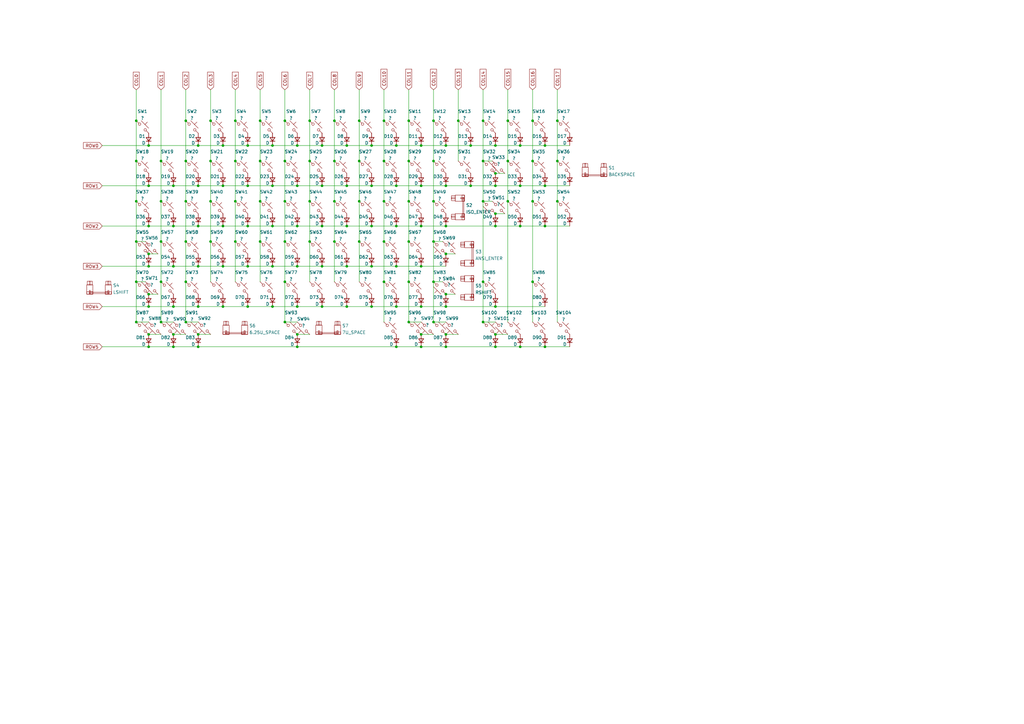
<source format=kicad_sch>
(kicad_sch (version 20211123) (generator eeschema)
  (paper "A3")
  (junction (at 81.28 137.16))
  (junction (at 71.12 142.24))
  (junction (at 76.2 82.55))
  (junction (at 121.92 137.16))
  (junction (at 121.92 142.24))
  (junction (at 66.04 99.06))
  (junction (at 193.04 76.2))
  (junction (at 127 49.53))
  (junction (at 167.64 49.53))
  (junction (at 76.2 132.08))
  (junction (at 182.88 120.65))
  (junction (at 127 82.55))
  (junction (at 162.56 109.22))
  (junction (at 193.04 59.69))
  (junction (at 228.6 66.04))
  (junction (at 182.88 137.16))
  (junction (at 223.52 92.71))
  (junction (at 60.96 142.24))
  (junction (at 81.28 59.69))
  (junction (at 172.72 137.16))
  (junction (at 111.76 125.73))
  (junction (at 132.08 59.69))
  (junction (at 132.08 109.22))
  (junction (at 86.36 82.55))
  (junction (at 71.12 137.16))
  (junction (at 101.6 76.2))
  (junction (at 142.24 76.2))
  (junction (at 121.92 125.73))
  (junction (at 167.64 99.06))
  (junction (at 91.44 59.69))
  (junction (at 96.52 82.55))
  (junction (at 172.72 109.22))
  (junction (at 167.64 115.57))
  (junction (at 177.8 99.06))
  (junction (at 60.96 109.22))
  (junction (at 228.6 82.55))
  (junction (at 152.4 92.71))
  (junction (at 137.16 49.53))
  (junction (at 157.48 99.06))
  (junction (at 157.48 66.04))
  (junction (at 142.24 125.73))
  (junction (at 55.88 49.53))
  (junction (at 167.64 82.55))
  (junction (at 60.96 137.16))
  (junction (at 177.8 49.53))
  (junction (at 162.56 59.69))
  (junction (at 223.52 59.69))
  (junction (at 218.44 66.04))
  (junction (at 116.84 49.53))
  (junction (at 198.12 82.55))
  (junction (at 81.28 76.2))
  (junction (at 182.88 142.24))
  (junction (at 55.88 66.04))
  (junction (at 142.24 92.71))
  (junction (at 213.36 142.24))
  (junction (at 157.48 82.55))
  (junction (at 121.92 59.69))
  (junction (at 60.96 125.73))
  (junction (at 71.12 125.73))
  (junction (at 76.2 66.04))
  (junction (at 81.28 92.71))
  (junction (at 218.44 49.53))
  (junction (at 86.36 99.06))
  (junction (at 60.96 92.71))
  (junction (at 152.4 109.22))
  (junction (at 213.36 76.2))
  (junction (at 121.92 109.22))
  (junction (at 111.76 109.22))
  (junction (at 177.8 66.04))
  (junction (at 203.2 142.24))
  (junction (at 101.6 59.69))
  (junction (at 162.56 142.24))
  (junction (at 121.92 92.71))
  (junction (at 203.2 87.63))
  (junction (at 213.36 59.69))
  (junction (at 66.04 115.57))
  (junction (at 142.24 109.22))
  (junction (at 203.2 71.12))
  (junction (at 147.32 49.53))
  (junction (at 101.6 109.22))
  (junction (at 167.64 66.04))
  (junction (at 137.16 99.06))
  (junction (at 60.96 76.2))
  (junction (at 116.84 82.55))
  (junction (at 147.32 82.55))
  (junction (at 96.52 66.04))
  (junction (at 86.36 49.53))
  (junction (at 66.04 82.55))
  (junction (at 147.32 66.04))
  (junction (at 198.12 132.08))
  (junction (at 86.36 66.04))
  (junction (at 132.08 92.71))
  (junction (at 60.96 120.65))
  (junction (at 162.56 76.2))
  (junction (at 218.44 115.57))
  (junction (at 91.44 109.22))
  (junction (at 208.28 66.04))
  (junction (at 142.24 59.69))
  (junction (at 203.2 59.69))
  (junction (at 55.88 99.06))
  (junction (at 55.88 82.55))
  (junction (at 152.4 76.2))
  (junction (at 203.2 125.73))
  (junction (at 111.76 92.71))
  (junction (at 208.28 82.55))
  (junction (at 60.96 59.69))
  (junction (at 137.16 66.04))
  (junction (at 127 66.04))
  (junction (at 91.44 76.2))
  (junction (at 228.6 49.53))
  (junction (at 203.2 137.16))
  (junction (at 157.48 115.57))
  (junction (at 172.72 142.24))
  (junction (at 106.68 99.06))
  (junction (at 66.04 66.04))
  (junction (at 147.32 99.06))
  (junction (at 152.4 59.69))
  (junction (at 172.72 76.2))
  (junction (at 182.88 92.71))
  (junction (at 132.08 76.2))
  (junction (at 182.88 125.73))
  (junction (at 177.8 132.08))
  (junction (at 223.52 142.24))
  (junction (at 223.52 76.2))
  (junction (at 81.28 125.73))
  (junction (at 76.2 49.53))
  (junction (at 60.96 104.14))
  (junction (at 182.88 76.2))
  (junction (at 96.52 99.06))
  (junction (at 76.2 99.06))
  (junction (at 116.84 99.06))
  (junction (at 213.36 92.71))
  (junction (at 106.68 66.04))
  (junction (at 172.72 125.73))
  (junction (at 198.12 66.04))
  (junction (at 55.88 132.08))
  (junction (at 172.72 59.69))
  (junction (at 81.28 142.24))
  (junction (at 116.84 132.08))
  (junction (at 208.28 49.53))
  (junction (at 76.2 115.57))
  (junction (at 162.56 125.73))
  (junction (at 203.2 76.2))
  (junction (at 177.8 82.55))
  (junction (at 137.16 82.55))
  (junction (at 71.12 92.71))
  (junction (at 106.68 49.53))
  (junction (at 71.12 109.22))
  (junction (at 167.64 132.08))
  (junction (at 66.04 132.08))
  (junction (at 182.88 104.14))
  (junction (at 127 99.06))
  (junction (at 198.12 115.57))
  (junction (at 111.76 59.69))
  (junction (at 187.96 49.53))
  (junction (at 198.12 49.53))
  (junction (at 101.6 125.73))
  (junction (at 177.8 115.57))
  (junction (at 116.84 115.57))
  (junction (at 157.48 49.53))
  (junction (at 172.72 92.71))
  (junction (at 218.44 82.55))
  (junction (at 121.92 76.2))
  (junction (at 55.88 115.57))
  (junction (at 203.2 92.71))
  (junction (at 81.28 109.22))
  (junction (at 152.4 125.73))
  (junction (at 116.84 66.04))
  (junction (at 71.12 76.2))
  (junction (at 91.44 125.73))
  (junction (at 106.68 82.55))
  (junction (at 132.08 125.73))
  (junction (at 111.76 76.2))
  (junction (at 101.6 92.71))
  (junction (at 96.52 49.53))
  (junction (at 182.88 59.69))
  (junction (at 162.56 92.71))
  (junction (at 91.44 92.71))
  (wire (pts (xy 137.16 99.06) (xy 137.16 115.57)))
  (wire (pts (xy 101.6 76.2) (xy 111.76 76.2)))
  (wire (pts (xy 182.88 59.69) (xy 193.04 59.69)))
  (wire (pts (xy 76.2 36.83) (xy 76.2 49.53)))
  (wire (pts (xy 66.04 82.55) (xy 66.04 99.06)))
  (wire (pts (xy 60.96 104.14) (xy 64.77 104.14)))
  (wire (pts (xy 147.32 49.53) (xy 147.32 66.04)))
  (wire (pts (xy 60.96 125.73) (xy 71.12 125.73)))
  (wire (pts (xy 41.91 59.69) (xy 60.96 59.69)))
  (wire (pts (xy 60.96 59.69) (xy 81.28 59.69)))
  (wire (pts (xy 213.36 92.71) (xy 223.52 92.71)))
  (wire (pts (xy 152.4 92.71) (xy 162.56 92.71)))
  (wire (pts (xy 208.28 66.04) (xy 208.28 82.55)))
  (wire (pts (xy 91.44 59.69) (xy 101.6 59.69)))
  (wire (pts (xy 198.12 49.53) (xy 198.12 66.04)))
  (wire (pts (xy 127 82.55) (xy 127 99.06)))
  (wire (pts (xy 101.6 59.69) (xy 111.76 59.69)))
  (wire (pts (xy 198.12 66.04) (xy 198.12 82.55)))
  (wire (pts (xy 60.96 109.22) (xy 71.12 109.22)))
  (wire (pts (xy 203.2 142.24) (xy 213.36 142.24)))
  (wire (pts (xy 132.08 76.2) (xy 142.24 76.2)))
  (wire (pts (xy 177.8 99.06) (xy 181.61 99.06)))
  (wire (pts (xy 71.12 137.16) (xy 76.2 137.16)))
  (wire (pts (xy 167.64 66.04) (xy 167.64 82.55)))
  (wire (pts (xy 152.4 76.2) (xy 162.56 76.2)))
  (wire (pts (xy 157.48 49.53) (xy 157.48 66.04)))
  (wire (pts (xy 91.44 76.2) (xy 101.6 76.2)))
  (wire (pts (xy 203.2 71.12) (xy 207.01 71.12)))
  (wire (pts (xy 182.88 104.14) (xy 186.69 104.14)))
  (wire (pts (xy 167.64 36.83) (xy 167.64 49.53)))
  (wire (pts (xy 198.12 132.08) (xy 203.2 132.08)))
  (wire (pts (xy 86.36 66.04) (xy 86.36 82.55)))
  (wire (pts (xy 177.8 132.08) (xy 182.88 132.08)))
  (wire (pts (xy 66.04 36.83) (xy 66.04 66.04)))
  (wire (pts (xy 228.6 82.55) (xy 228.6 132.08)))
  (wire (pts (xy 177.8 115.57) (xy 181.61 115.57)))
  (wire (pts (xy 41.91 76.2) (xy 60.96 76.2)))
  (wire (pts (xy 157.48 115.57) (xy 157.48 132.08)))
  (wire (pts (xy 157.48 99.06) (xy 157.48 115.57)))
  (wire (pts (xy 208.28 49.53) (xy 208.28 66.04)))
  (wire (pts (xy 172.72 92.71) (xy 182.88 92.71)))
  (wire (pts (xy 60.96 92.71) (xy 71.12 92.71)))
  (wire (pts (xy 60.96 137.16) (xy 66.04 137.16)))
  (wire (pts (xy 203.2 87.63) (xy 207.01 87.63)))
  (wire (pts (xy 121.92 59.69) (xy 132.08 59.69)))
  (wire (pts (xy 147.32 66.04) (xy 147.32 82.55)))
  (wire (pts (xy 127 99.06) (xy 127 115.57)))
  (wire (pts (xy 142.24 92.71) (xy 152.4 92.71)))
  (wire (pts (xy 132.08 125.73) (xy 142.24 125.73)))
  (wire (pts (xy 157.48 66.04) (xy 157.48 82.55)))
  (wire (pts (xy 116.84 66.04) (xy 116.84 82.55)))
  (wire (pts (xy 86.36 82.55) (xy 86.36 99.06)))
  (wire (pts (xy 213.36 142.24) (xy 223.52 142.24)))
  (wire (pts (xy 147.32 82.55) (xy 147.32 99.06)))
  (wire (pts (xy 137.16 49.53) (xy 137.16 66.04)))
  (wire (pts (xy 116.84 115.57) (xy 116.84 132.08)))
  (wire (pts (xy 193.04 59.69) (xy 203.2 59.69)))
  (wire (pts (xy 172.72 137.16) (xy 177.8 137.16)))
  (wire (pts (xy 71.12 142.24) (xy 81.28 142.24)))
  (wire (pts (xy 182.88 125.73) (xy 203.2 125.73)))
  (wire (pts (xy 81.28 137.16) (xy 86.36 137.16)))
  (wire (pts (xy 66.04 115.57) (xy 66.04 132.08)))
  (wire (pts (xy 177.8 99.06) (xy 177.8 115.57)))
  (wire (pts (xy 121.92 109.22) (xy 132.08 109.22)))
  (wire (pts (xy 111.76 109.22) (xy 121.92 109.22)))
  (wire (pts (xy 177.8 49.53) (xy 177.8 66.04)))
  (wire (pts (xy 81.28 76.2) (xy 91.44 76.2)))
  (wire (pts (xy 147.32 99.06) (xy 147.32 115.57)))
  (wire (pts (xy 218.44 49.53) (xy 218.44 66.04)))
  (wire (pts (xy 121.92 142.24) (xy 162.56 142.24)))
  (wire (pts (xy 81.28 142.24) (xy 121.92 142.24)))
  (wire (pts (xy 218.44 66.04) (xy 218.44 82.55)))
  (wire (pts (xy 167.64 132.08) (xy 172.72 132.08)))
  (wire (pts (xy 55.88 115.57) (xy 59.69 115.57)))
  (wire (pts (xy 101.6 125.73) (xy 111.76 125.73)))
  (wire (pts (xy 203.2 137.16) (xy 208.28 137.16)))
  (wire (pts (xy 96.52 36.83) (xy 96.52 49.53)))
  (wire (pts (xy 60.96 120.65) (xy 64.77 120.65)))
  (wire (pts (xy 187.96 49.53) (xy 187.96 66.04)))
  (wire (pts (xy 162.56 142.24) (xy 172.72 142.24)))
  (wire (pts (xy 71.12 109.22) (xy 81.28 109.22)))
  (wire (pts (xy 167.64 82.55) (xy 167.64 99.06)))
  (wire (pts (xy 55.88 49.53) (xy 55.88 66.04)))
  (wire (pts (xy 116.84 82.55) (xy 116.84 99.06)))
  (wire (pts (xy 167.64 49.53) (xy 167.64 66.04)))
  (wire (pts (xy 157.48 36.83) (xy 157.48 49.53)))
  (wire (pts (xy 106.68 36.83) (xy 106.68 49.53)))
  (wire (pts (xy 91.44 125.73) (xy 101.6 125.73)))
  (wire (pts (xy 228.6 36.83) (xy 228.6 49.53)))
  (wire (pts (xy 132.08 92.71) (xy 142.24 92.71)))
  (wire (pts (xy 55.88 82.55) (xy 55.88 99.06)))
  (wire (pts (xy 198.12 66.04) (xy 201.93 66.04)))
  (wire (pts (xy 177.8 66.04) (xy 177.8 82.55)))
  (wire (pts (xy 167.64 99.06) (xy 167.64 115.57)))
  (wire (pts (xy 106.68 49.53) (xy 106.68 66.04)))
  (wire (pts (xy 203.2 76.2) (xy 213.36 76.2)))
  (wire (pts (xy 71.12 125.73) (xy 81.28 125.73)))
  (wire (pts (xy 177.8 36.83) (xy 177.8 49.53)))
  (wire (pts (xy 198.12 82.55) (xy 198.12 115.57)))
  (wire (pts (xy 223.52 76.2) (xy 233.68 76.2)))
  (wire (pts (xy 162.56 92.71) (xy 172.72 92.71)))
  (wire (pts (xy 86.36 36.83) (xy 86.36 49.53)))
  (wire (pts (xy 132.08 59.69) (xy 142.24 59.69)))
  (wire (pts (xy 66.04 99.06) (xy 66.04 115.57)))
  (wire (pts (xy 116.84 99.06) (xy 116.84 115.57)))
  (wire (pts (xy 228.6 49.53) (xy 228.6 66.04)))
  (wire (pts (xy 172.72 109.22) (xy 182.88 109.22)))
  (wire (pts (xy 152.4 109.22) (xy 162.56 109.22)))
  (wire (pts (xy 76.2 49.53) (xy 76.2 66.04)))
  (wire (pts (xy 55.88 132.08) (xy 60.96 132.08)))
  (wire (pts (xy 96.52 99.06) (xy 96.52 115.57)))
  (wire (pts (xy 96.52 82.55) (xy 96.52 99.06)))
  (wire (pts (xy 142.24 125.73) (xy 152.4 125.73)))
  (wire (pts (xy 121.92 76.2) (xy 132.08 76.2)))
  (wire (pts (xy 55.88 99.06) (xy 55.88 115.57)))
  (wire (pts (xy 213.36 59.69) (xy 223.52 59.69)))
  (wire (pts (xy 218.44 82.55) (xy 218.44 115.57)))
  (wire (pts (xy 157.48 82.55) (xy 157.48 99.06)))
  (wire (pts (xy 172.72 125.73) (xy 182.88 125.73)))
  (wire (pts (xy 121.92 92.71) (xy 132.08 92.71)))
  (wire (pts (xy 162.56 59.69) (xy 172.72 59.69)))
  (wire (pts (xy 76.2 82.55) (xy 76.2 99.06)))
  (wire (pts (xy 223.52 59.69) (xy 233.68 59.69)))
  (wire (pts (xy 101.6 92.71) (xy 111.76 92.71)))
  (wire (pts (xy 106.68 66.04) (xy 106.68 82.55)))
  (wire (pts (xy 167.64 115.57) (xy 167.64 132.08)))
  (wire (pts (xy 228.6 66.04) (xy 228.6 82.55)))
  (wire (pts (xy 76.2 115.57) (xy 76.2 132.08)))
  (wire (pts (xy 137.16 82.55) (xy 137.16 99.06)))
  (wire (pts (xy 208.28 36.83) (xy 208.28 49.53)))
  (wire (pts (xy 121.92 125.73) (xy 132.08 125.73)))
  (wire (pts (xy 142.24 76.2) (xy 152.4 76.2)))
  (wire (pts (xy 172.72 142.24) (xy 182.88 142.24)))
  (wire (pts (xy 106.68 99.06) (xy 106.68 115.57)))
  (wire (pts (xy 203.2 125.73) (xy 223.52 125.73)))
  (wire (pts (xy 111.76 125.73) (xy 121.92 125.73)))
  (wire (pts (xy 106.68 82.55) (xy 106.68 99.06)))
  (wire (pts (xy 91.44 92.71) (xy 101.6 92.71)))
  (wire (pts (xy 81.28 109.22) (xy 91.44 109.22)))
  (wire (pts (xy 71.12 76.2) (xy 81.28 76.2)))
  (wire (pts (xy 132.08 109.22) (xy 142.24 109.22)))
  (wire (pts (xy 208.28 82.55) (xy 208.28 132.08)))
  (wire (pts (xy 152.4 59.69) (xy 162.56 59.69)))
  (wire (pts (xy 127 66.04) (xy 127 82.55)))
  (wire (pts (xy 66.04 132.08) (xy 71.12 132.08)))
  (wire (pts (xy 127 36.83) (xy 127 49.53)))
  (wire (pts (xy 81.28 125.73) (xy 91.44 125.73)))
  (wire (pts (xy 86.36 99.06) (xy 86.36 115.57)))
  (wire (pts (xy 121.92 137.16) (xy 127 137.16)))
  (wire (pts (xy 177.8 82.55) (xy 177.8 99.06)))
  (wire (pts (xy 60.96 142.24) (xy 71.12 142.24)))
  (wire (pts (xy 96.52 66.04) (xy 96.52 82.55)))
  (wire (pts (xy 187.96 36.83) (xy 187.96 49.53)))
  (wire (pts (xy 213.36 76.2) (xy 223.52 76.2)))
  (wire (pts (xy 203.2 92.71) (xy 213.36 92.71)))
  (wire (pts (xy 182.88 137.16) (xy 187.96 137.16)))
  (wire (pts (xy 142.24 109.22) (xy 152.4 109.22)))
  (wire (pts (xy 162.56 109.22) (xy 172.72 109.22)))
  (wire (pts (xy 91.44 109.22) (xy 101.6 109.22)))
  (wire (pts (xy 172.72 76.2) (xy 182.88 76.2)))
  (wire (pts (xy 152.4 125.73) (xy 162.56 125.73)))
  (wire (pts (xy 41.91 92.71) (xy 60.96 92.71)))
  (wire (pts (xy 137.16 66.04) (xy 137.16 82.55)))
  (wire (pts (xy 41.91 109.22) (xy 60.96 109.22)))
  (wire (pts (xy 41.91 142.24) (xy 60.96 142.24)))
  (wire (pts (xy 162.56 125.73) (xy 172.72 125.73)))
  (wire (pts (xy 111.76 92.71) (xy 121.92 92.71)))
  (wire (pts (xy 182.88 120.65) (xy 186.69 120.65)))
  (wire (pts (xy 182.88 92.71) (xy 203.2 92.71)))
  (wire (pts (xy 198.12 82.55) (xy 201.93 82.55)))
  (wire (pts (xy 182.88 142.24) (xy 203.2 142.24)))
  (wire (pts (xy 76.2 66.04) (xy 76.2 82.55)))
  (wire (pts (xy 55.88 36.83) (xy 55.88 49.53)))
  (wire (pts (xy 116.84 49.53) (xy 116.84 66.04)))
  (wire (pts (xy 41.91 125.73) (xy 60.96 125.73)))
  (wire (pts (xy 116.84 36.83) (xy 116.84 49.53)))
  (wire (pts (xy 147.32 36.83) (xy 147.32 49.53)))
  (wire (pts (xy 81.28 59.69) (xy 91.44 59.69)))
  (wire (pts (xy 55.88 66.04) (xy 55.88 82.55)))
  (wire (pts (xy 182.88 76.2) (xy 193.04 76.2)))
  (wire (pts (xy 86.36 49.53) (xy 86.36 66.04)))
  (wire (pts (xy 111.76 76.2) (xy 121.92 76.2)))
  (wire (pts (xy 81.28 92.71) (xy 91.44 92.71)))
  (wire (pts (xy 203.2 59.69) (xy 213.36 59.69)))
  (wire (pts (xy 193.04 76.2) (xy 203.2 76.2)))
  (wire (pts (xy 76.2 99.06) (xy 76.2 115.57)))
  (wire (pts (xy 76.2 132.08) (xy 81.28 132.08)))
  (wire (pts (xy 60.96 76.2) (xy 71.12 76.2)))
  (wire (pts (xy 162.56 76.2) (xy 172.72 76.2)))
  (wire (pts (xy 172.72 59.69) (xy 182.88 59.69)))
  (wire (pts (xy 223.52 142.24) (xy 233.68 142.24)))
  (wire (pts (xy 198.12 36.83) (xy 198.12 49.53)))
  (wire (pts (xy 116.84 132.08) (xy 121.92 132.08)))
  (wire (pts (xy 177.8 115.57) (xy 177.8 132.08)))
  (wire (pts (xy 218.44 115.57) (xy 218.44 132.08)))
  (wire (pts (xy 142.24 59.69) (xy 152.4 59.69)))
  (wire (pts (xy 198.12 115.57) (xy 198.12 132.08)))
  (wire (pts (xy 55.88 115.57) (xy 55.88 132.08)))
  (wire (pts (xy 71.12 92.71) (xy 81.28 92.71)))
  (wire (pts (xy 137.16 36.83) (xy 137.16 49.53)))
  (wire (pts (xy 218.44 36.83) (xy 218.44 49.53)))
  (wire (pts (xy 127 49.53) (xy 127 66.04)))
  (wire (pts (xy 96.52 49.53) (xy 96.52 66.04)))
  (wire (pts (xy 101.6 109.22) (xy 111.76 109.22)))
  (wire (pts (xy 55.88 99.06) (xy 59.69 99.06)))
  (wire (pts (xy 223.52 92.71) (xy 233.68 92.71)))
  (wire (pts (xy 111.76 59.69) (xy 121.92 59.69)))
  (wire (pts (xy 66.04 66.04) (xy 66.04 82.55)))
  (global_label "COL10" (shape input) (at 157.48 36.83 90) (property "Intersheet References" "${INTERSHEET_REFS}" (effects hide)))
  (global_label "COL15" (shape input) (at 208.28 36.83 90) (property "Intersheet References" "${INTERSHEET_REFS}" (effects hide)))
  (global_label "COL2" (shape input) (at 76.2 36.83 90) (property "Intersheet References" "${INTERSHEET_REFS}" (effects hide)))
  (global_label "ROW3" (shape input) (at 41.91 109.22 180) (property "Intersheet References" "${INTERSHEET_REFS}" (effects hide)))
  (global_label "COL17" (shape input) (at 228.6 36.83 90) (property "Intersheet References" "${INTERSHEET_REFS}" (effects hide)))
  (global_label "COL1" (shape input) (at 66.04 36.83 90) (property "Intersheet References" "${INTERSHEET_REFS}" (effects hide)))
  (global_label "ROW2" (shape input) (at 41.91 92.71 180) (property "Intersheet References" "${INTERSHEET_REFS}" (effects hide)))
  (global_label "COL8" (shape input) (at 137.16 36.83 90) (property "Intersheet References" "${INTERSHEET_REFS}" (effects hide)))
  (global_label "COL4" (shape input) (at 96.52 36.83 90) (property "Intersheet References" "${INTERSHEET_REFS}" (effects hide)))
  (global_label "COL7" (shape input) (at 127 36.83 90) (property "Intersheet References" "${INTERSHEET_REFS}" (effects hide)))
  (global_label "ROW4" (shape input) (at 41.91 125.73 180) (property "Intersheet References" "${INTERSHEET_REFS}" (effects hide)))
  (global_label "COL5" (shape input) (at 106.68 36.83 90) (property "Intersheet References" "${INTERSHEET_REFS}" (effects hide)))
  (global_label "COL13" (shape input) (at 187.96 36.83 90) (property "Intersheet References" "${INTERSHEET_REFS}" (effects hide)))
  (global_label "ROW5" (shape input) (at 41.91 142.24 180) (property "Intersheet References" "${INTERSHEET_REFS}" (effects hide)))
  (global_label "ROW1" (shape input) (at 41.91 76.2 180) (property "Intersheet References" "${INTERSHEET_REFS}" (effects hide)))
  (global_label "COL0" (shape input) (at 55.88 36.83 90) (property "Intersheet References" "${INTERSHEET_REFS}" (effects hide)))
  (global_label "COL16" (shape input) (at 218.44 36.83 90) (property "Intersheet References" "${INTERSHEET_REFS}" (effects hide)))
  (global_label "ROW0" (shape input) (at 41.91 59.69 180) (property "Intersheet References" "${INTERSHEET_REFS}" (effects hide)))
  (global_label "COL12" (shape input) (at 177.8 36.83 90) (property "Intersheet References" "${INTERSHEET_REFS}" (effects hide)))
  (global_label "COL14" (shape input) (at 198.12 36.83 90) (property "Intersheet References" "${INTERSHEET_REFS}" (effects hide)))
  (global_label "COL11" (shape input) (at 167.64 36.83 90) (property "Intersheet References" "${INTERSHEET_REFS}" (effects hide)))
  (global_label "COL3" (shape input) (at 86.36 36.83 90) (property "Intersheet References" "${INTERSHEET_REFS}" (effects hide)))
  (global_label "COL9" (shape input) (at 147.32 36.83 90) (property "Intersheet References" "${INTERSHEET_REFS}" (effects hide)))
  (global_label "COL6" (shape input) (at 116.84 36.83 90) (property "Intersheet References" "${INTERSHEET_REFS}" (effects hide)))
  (symbol (lib_id "Device:D_Small") (at 213.36 57.15 90) (unit 1)
    (property "Reference" "D15" (at 212.09 55.88 90) (effects (justify left)))
    (property "Value" "D" (at 212.09 58.6551 90) (effects (justify left)))
    (property "Footprint" "Diode_SMD:D_SOD-123" (effects hide))
  )
  (symbol (lib_id "Device:D_Small") (at 91.44 73.66 90) (unit 1)
    (property "Reference" "D21" (at 90.17 72.39 90) (effects (justify left)))
    (property "Value" "D" (at 90.17 75.1651 90) (effects (justify left)))
    (property "Footprint" "Diode_SMD:D_SOD-123" (effects hide))
  )
  (symbol (lib_id "marbastlib-mx:MX_SW_HS") (at 170.18 101.6 0) (unit 1)
    (property "Reference" "SW67" (at 170.18 95.2205 0))
    (property "Value" "?" (at 170.18 97.9956 0))
    (property "Footprint" "marbastlib-mx:SW_MX_HS_1u" (effects hide))
  )
  (symbol (lib_id "marbastlib-mx:MX_SW_HS") (at 62.23 118.11 180) (unit 1)
    (property "Reference" "SW71" (at 62.23 114.0649 0))
    (property "Value" "?" (at 62.23 116.84 0))
    (property "Footprint" "marbastlib-mx:SW_MX_HS_1u" (effects hide))
  )
  (symbol (lib_id "Device:D_Small") (at 162.56 90.17 90) (unit 1)
    (property "Reference" "D46" (at 161.29 88.9 90) (effects (justify left)))
    (property "Value" "D" (at 161.29 91.6751 90) (effects (justify left)))
    (property "Footprint" "Diode_SMD:D_SOD-123" (effects hide))
  )
  (symbol (lib_id "marbastlib-mx:MX_SW_HS") (at 109.22 85.09 0) (unit 1)
    (property "Reference" "SW42" (at 109.22 78.7105 0))
    (property "Value" "?" (at 109.22 81.4856 0))
    (property "Footprint" "marbastlib-mx:SW_MX_HS_1u" (effects hide))
  )
  (symbol (lib_id "marbastlib-mx:MX_SW_HS") (at 88.9 101.6 0) (unit 1)
    (property "Reference" "SW59" (at 88.9 95.2205 0))
    (property "Value" "?" (at 88.9 97.9956 0))
    (property "Footprint" "marbastlib-mx:SW_MX_HS_1u" (effects hide))
  )
  (symbol (lib_id "Device:D_Small") (at 121.92 57.15 90) (unit 1)
    (property "Reference" "D6" (at 120.65 55.88 90) (effects (justify left)))
    (property "Value" "D" (at 120.65 58.6551 90) (effects (justify left)))
    (property "Footprint" "Diode_SMD:D_SOD-123" (effects hide))
  )
  (symbol (lib_id "marbastlib-mx:MX_SW_HS") (at 68.58 118.11 0) (unit 1)
    (property "Reference" "SW72" (at 68.58 111.7305 0))
    (property "Value" "?" (at 68.58 114.5056 0))
    (property "Footprint" "marbastlib-mx:SW_MX_HS_1u" (effects hide))
  )
  (symbol (lib_id "marbastlib-mx:MX_SW_HS") (at 180.34 118.11 180) (unit 1)
    (property "Reference" "SW83" (at 180.34 111.7305 0))
    (property "Value" "?" (at 180.34 114.5056 0))
    (property "Footprint" "marbastlib-mx:SW_MX_HS_1.75u" (effects hide))
  )
  (symbol (lib_id "marbastlib-mx:MX_SW_HS") (at 220.98 52.07 0) (unit 1)
    (property "Reference" "SW16" (at 220.98 45.6905 0))
    (property "Value" "?" (at 220.98 48.4656 0))
    (property "Footprint" "marbastlib-mx:SW_MX_HS_1u" (effects hide))
  )
  (symbol (lib_id "Device:D_Small") (at 60.96 73.66 90) (unit 1)
    (property "Reference" "D18" (at 59.69 72.39 90) (effects (justify left)))
    (property "Value" "D" (at 59.69 75.1651 90) (effects (justify left)))
    (property "Footprint" "Diode_SMD:D_SOD-123" (effects hide))
  )
  (symbol (lib_id "marbastlib-mx:MX_SW_HS") (at 210.82 134.62 0) (unit 1)
    (property "Reference" "SW102" (at 210.82 128.2405 0))
    (property "Value" "?" (at 210.82 131.0156 0))
    (property "Footprint" "marbastlib-mx:SW_MX_HS_1u" (effects hide))
  )
  (symbol (lib_id "marbastlib-mx:MX_SW_HS") (at 119.38 68.58 0) (unit 1)
    (property "Reference" "SW24" (at 119.38 62.2005 0))
    (property "Value" "?" (at 119.38 64.9756 0))
    (property "Footprint" "marbastlib-mx:SW_MX_HS_1u" (effects hide))
  )
  (symbol (lib_id "Device:D_Small") (at 223.52 139.7 90) (unit 1)
    (property "Reference" "D90" (at 222.25 138.43 90) (effects (justify left)))
    (property "Value" "D" (at 222.25 141.2051 90) (effects (justify left)))
    (property "Footprint" "Diode_SMD:D_SOD-123" (effects hide))
  )
  (symbol (lib_id "marbastlib-mx:MX_SW_HS") (at 124.46 134.62 180) (unit 1)
    (property "Reference" "SW94" (at 124.46 130.81 0))
    (property "Value" "?" (at 124.46 133.5851 0))
    (property "Footprint" "marbastlib-mx:SW_MX_HS_1u" (effects hide))
  )
  (symbol (lib_id "marbastlib-mx:MX_SW_HS") (at 190.5 68.58 0) (unit 1)
    (property "Reference" "SW31" (at 190.5 62.2005 0))
    (property "Value" "?" (at 190.5 64.9756 0))
    (property "Footprint" "marbastlib-mx:SW_MX_HS_1u" (effects hide))
  )
  (symbol (lib_id "marbastlib-mx:MX_SW_HS") (at 149.86 101.6 0) (unit 1)
    (property "Reference" "SW65" (at 149.86 95.2205 0))
    (property "Value" "?" (at 149.86 97.9956 0))
    (property "Footprint" "marbastlib-mx:SW_MX_HS_1u" (effects hide))
  )
  (symbol (lib_id "Device:D_Small") (at 81.28 139.7 90) (unit 1)
    (property "Reference" "D83" (at 80.01 138.43 90) (effects (justify left)))
    (property "Value" "D" (at 80.01 141.2051 90) (effects (justify left)))
    (property "Footprint" "Diode_SMD:D_SOD-123" (effects hide))
  )
  (symbol (lib_id "Device:D_Small") (at 71.12 123.19 90) (unit 1)
    (property "Reference" "D67" (at 69.85 121.92 90) (effects (justify left)))
    (property "Value" "D" (at 69.85 124.6951 90) (effects (justify left)))
    (property "Footprint" "Diode_SMD:D_SOD-123" (effects hide))
  )
  (symbol (lib_id "Device:D_Small") (at 132.08 57.15 90) (unit 1)
    (property "Reference" "D7" (at 130.81 55.88 90) (effects (justify left)))
    (property "Value" "D" (at 130.81 58.6551 90) (effects (justify left)))
    (property "Footprint" "Diode_SMD:D_SOD-123" (effects hide))
  )
  (symbol (lib_id "marbastlib-mx:MX_SW_HS") (at 210.82 52.07 0) (unit 1)
    (property "Reference" "SW15" (at 210.82 45.6905 0))
    (property "Value" "?" (at 210.82 48.4656 0))
    (property "Footprint" "marbastlib-mx:SW_MX_HS_1u" (effects hide))
  )
  (symbol (lib_id "marbastlib-mx:MX_SW_HS") (at 180.34 52.07 0) (unit 1)
    (property "Reference" "SW12" (at 180.34 45.6905 0))
    (property "Value" "?" (at 180.34 48.4656 0))
    (property "Footprint" "marbastlib-mx:SW_MX_HS_1u" (effects hide))
  )
  (symbol (lib_id "marbastlib-mx:MX_SW_HS") (at 231.14 68.58 0) (unit 1)
    (property "Reference" "SW36" (at 231.14 62.2005 0))
    (property "Value" "?" (at 231.14 64.9756 0))
    (property "Footprint" "marbastlib-mx:SW_MX_HS_1u" (effects hide))
  )
  (symbol (lib_id "Device:D_Small") (at 111.76 106.68 90) (unit 1)
    (property "Reference" "D58" (at 110.49 105.41 90) (effects (justify left)))
    (property "Value" "D" (at 110.49 108.1851 90) (effects (justify left)))
    (property "Footprint" "Diode_SMD:D_SOD-123" (effects hide))
  )
  (symbol (lib_id "marbastlib-mx:MX_SW_HS") (at 99.06 118.11 0) (unit 1)
    (property "Reference" "SW75" (at 99.06 111.7305 0))
    (property "Value" "?" (at 99.06 114.5056 0))
    (property "Footprint" "marbastlib-mx:SW_MX_HS_1u" (effects hide))
  )
  (symbol (lib_id "Device:D_Small") (at 203.2 57.15 90) (unit 1)
    (property "Reference" "D14" (at 201.93 55.88 90) (effects (justify left)))
    (property "Value" "D" (at 201.93 58.6551 90) (effects (justify left)))
    (property "Footprint" "Diode_SMD:D_SOD-123" (effects hide))
  )
  (symbol (lib_id "marbastlib-mx:MX_SW_HS") (at 220.98 134.62 0) (unit 1)
    (property "Reference" "SW103" (at 220.98 128.2405 0))
    (property "Value" "?" (at 220.98 131.0156 0))
    (property "Footprint" "marbastlib-mx:SW_MX_HS_1u" (effects hide))
  )
  (symbol (lib_id "marbastlib-mx:MX_SW_HS") (at 204.47 85.09 0) (unit 1)
    (property "Reference" "SW51" (at 204.47 81.0449 0))
    (property "Value" "?" (at 204.47 83.82 0))
    (property "Footprint" "marbastlib-mx:SW_MX_HS_1u" (effects hide))
  )
  (symbol (lib_id "marbastlib-mx:MX_SW_HS") (at 109.22 118.11 0) (unit 1)
    (property "Reference" "SW76" (at 109.22 111.7305 0))
    (property "Value" "?" (at 109.22 114.5056 0))
    (property "Footprint" "marbastlib-mx:SW_MX_HS_1u" (effects hide))
  )
  (symbol (lib_id "marbastlib-mx:MX_SW_HS") (at 200.66 85.09 180) (unit 1)
    (property "Reference" "SW50" (at 200.66 78.7105 0))
    (property "Value" "?" (at 200.66 81.4856 0))
    (property "Footprint" "marbastlib-mx:SW_MX_HS_1.5u" (effects hide))
  )
  (symbol (lib_id "Device:D_Small") (at 142.24 57.15 90) (unit 1)
    (property "Reference" "D8" (at 140.97 55.88 90) (effects (justify left)))
    (property "Value" "D" (at 140.97 58.6551 90) (effects (justify left)))
    (property "Footprint" "Diode_SMD:D_SOD-123" (effects hide))
  )
  (symbol (lib_id "marbastlib-mx:MX_stab") (at 243.84 69.85 0) (unit 1)
    (property "Reference" "S1" (at 249.555 68.8145 0) (effects (justify left)))
    (property "Value" "BACKSPACE" (at 249.555 71.5896 0) (effects (justify left)))
    (property "Footprint" "marbastlib-mx:STAB_MX_2u" (effects hide))
  )
  (symbol (lib_id "Device:D_Small") (at 213.36 90.17 90) (unit 1)
    (property "Reference" "D50" (at 212.09 88.9 90) (effects (justify left)))
    (property "Value" "D" (at 212.09 91.6751 90) (effects (justify left)))
    (property "Footprint" "Diode_SMD:D_SOD-123" (effects hide))
  )
  (symbol (lib_id "marbastlib-mx:MX_SW_HS") (at 231.14 85.09 0) (unit 1)
    (property "Reference" "SW54" (at 231.14 78.7105 0))
    (property "Value" "?" (at 231.14 81.4856 0))
    (property "Footprint" "marbastlib-mx:SW_MX_HS_1u" (effects hide))
  )
  (symbol (lib_id "marbastlib-mx:MX_SW_HS") (at 139.7 118.11 0) (unit 1)
    (property "Reference" "SW79" (at 139.7 111.7305 0))
    (property "Value" "?" (at 139.7 114.5056 0))
    (property "Footprint" "marbastlib-mx:SW_MX_HS_1u" (effects hide))
  )
  (symbol (lib_id "marbastlib-mx:MX_SW_HS") (at 160.02 68.58 0) (unit 1)
    (property "Reference" "SW28" (at 160.02 62.2005 0))
    (property "Value" "?" (at 160.02 64.9756 0))
    (property "Footprint" "marbastlib-mx:SW_MX_HS_1u" (effects hide))
  )
  (symbol (lib_id "marbastlib-mx:MX_SW_HS") (at 200.66 134.62 0) (unit 1)
    (property "Reference" "SW100" (at 200.66 128.2405 0))
    (property "Value" "?" (at 200.66 131.0156 0))
    (property "Footprint" "marbastlib-mx:SW_MX_HS_1.5u" (effects hide))
  )
  (symbol (lib_id "Device:D_Small") (at 152.4 73.66 90) (unit 1)
    (property "Reference" "D27" (at 151.13 72.39 90) (effects (justify left)))
    (property "Value" "D" (at 151.13 75.1651 90) (effects (justify left)))
    (property "Footprint" "Diode_SMD:D_SOD-123" (effects hide))
  )
  (symbol (lib_id "Device:D_Small") (at 203.2 123.19 90) (unit 1)
    (property "Reference" "D79" (at 201.93 121.92 90) (effects (justify left)))
    (property "Value" "D" (at 201.93 124.6951 90) (effects (justify left)))
    (property "Footprint" "Diode_SMD:D_SOD-123" (effects hide))
  )
  (symbol (lib_id "Device:D_Small") (at 172.72 123.19 90) (unit 1)
    (property "Reference" "D77" (at 171.45 121.92 90) (effects (justify left)))
    (property "Value" "D" (at 171.45 124.6951 90) (effects (justify left)))
    (property "Footprint" "Diode_SMD:D_SOD-123" (effects hide))
  )
  (symbol (lib_id "marbastlib-mx:MX_SW_HS") (at 210.82 85.09 0) (unit 1)
    (property "Reference" "SW52" (at 210.82 78.7105 0))
    (property "Value" "?" (at 210.82 81.4856 0))
    (property "Footprint" "marbastlib-mx:SW_MX_HS_1u" (effects hide))
  )
  (symbol (lib_id "Device:D_Small") (at 71.12 90.17 90) (unit 1)
    (property "Reference" "D37" (at 69.85 88.9 90) (effects (justify left)))
    (property "Value" "D" (at 69.85 91.6751 90) (effects (justify left)))
    (property "Footprint" "Diode_SMD:D_SOD-123" (effects hide))
  )
  (symbol (lib_id "marbastlib-mx:MX_SW_HS") (at 149.86 118.11 0) (unit 1)
    (property "Reference" "SW80" (at 149.86 111.7305 0))
    (property "Value" "?" (at 149.86 114.5056 0))
    (property "Footprint" "marbastlib-mx:SW_MX_HS_1u" (effects hide))
  )
  (symbol (lib_id "marbastlib-mx:MX_SW_HS") (at 139.7 52.07 0) (unit 1)
    (property "Reference" "SW8" (at 139.7 45.6905 0))
    (property "Value" "?" (at 139.7 48.4656 0))
    (property "Footprint" "marbastlib-mx:SW_MX_HS_1u" (effects hide))
  )
  (symbol (lib_id "Device:D_Small") (at 223.52 73.66 90) (unit 1)
    (property "Reference" "D34" (at 222.25 72.39 90) (effects (justify left)))
    (property "Value" "D" (at 222.25 75.1651 90) (effects (justify left)))
    (property "Footprint" "Diode_SMD:D_SOD-123" (effects hide))
  )
  (symbol (lib_id "Device:D_Small") (at 152.4 57.15 90) (unit 1)
    (property "Reference" "D9" (at 151.13 55.88 90) (effects (justify left)))
    (property "Value" "D" (at 151.13 58.6551 90) (effects (justify left)))
    (property "Footprint" "Diode_SMD:D_SOD-123" (effects hide))
  )
  (symbol (lib_id "Device:D_Small") (at 223.52 57.15 90) (unit 1)
    (property "Reference" "D16" (at 222.25 55.88 90) (effects (justify left)))
    (property "Value" "D" (at 222.25 58.6551 90) (effects (justify left)))
    (property "Footprint" "Diode_SMD:D_SOD-123" (effects hide))
  )
  (symbol (lib_id "Device:D_Small") (at 193.04 73.66 90) (unit 1)
    (property "Reference" "D31" (at 191.77 72.39 90) (effects (justify left)))
    (property "Value" "D" (at 191.77 75.1651 90) (effects (justify left)))
    (property "Footprint" "Diode_SMD:D_SOD-123" (effects hide))
  )
  (symbol (lib_id "marbastlib-mx:MX_SW_HS") (at 231.14 134.62 0) (unit 1)
    (property "Reference" "SW104" (at 231.14 128.2405 0))
    (property "Value" "?" (at 231.14 131.0156 0))
    (property "Footprint" "marbastlib-mx:SW_MX_HS_1u" (effects hide))
  )
  (symbol (lib_id "marbastlib-mx:MX_SW_HS") (at 99.06 52.07 0) (unit 1)
    (property "Reference" "SW4" (at 99.06 45.6905 0))
    (property "Value" "?" (at 99.06 48.4656 0))
    (property "Footprint" "marbastlib-mx:SW_MX_HS_1u" (effects hide))
  )
  (symbol (lib_id "marbastlib-mx:MX_SW_HS") (at 170.18 85.09 0) (unit 1)
    (property "Reference" "SW48" (at 170.18 78.7105 0))
    (property "Value" "?" (at 170.18 81.4856 0))
    (property "Footprint" "marbastlib-mx:SW_MX_HS_1u" (effects hide))
  )
  (symbol (lib_id "marbastlib-mx:MX_SW_HS") (at 160.02 134.62 0) (unit 1)
    (property "Reference" "SW95" (at 160.02 128.2405 0))
    (property "Value" "?" (at 160.02 131.0156 0))
    (property "Footprint" "marbastlib-mx:SW_MX_HS_1.25u" (effects hide))
  )
  (symbol (lib_id "Device:D_Small") (at 203.2 139.7 90) (unit 1)
    (property "Reference" "D88" (at 201.93 138.43 90) (effects (justify left)))
    (property "Value" "D" (at 201.93 141.2051 90) (effects (justify left)))
    (property "Footprint" "Diode_SMD:D_SOD-123" (effects hide))
  )
  (symbol (lib_id "marbastlib-mx:MX_SW_HS") (at 170.18 118.11 0) (unit 1)
    (property "Reference" "SW82" (at 170.18 111.7305 0))
    (property "Value" "?" (at 170.18 114.5056 0))
    (property "Footprint" "marbastlib-mx:SW_MX_HS_1u" (effects hide))
  )
  (symbol (lib_id "marbastlib-mx:MX_SW_HS") (at 160.02 52.07 0) (unit 1)
    (property "Reference" "SW10" (at 160.02 45.6905 0))
    (property "Value" "?" (at 160.02 48.4656 0))
    (property "Footprint" "marbastlib-mx:SW_MX_HS_1u" (effects hide))
  )
  (symbol (lib_id "marbastlib-mx:MX_SW_HS") (at 88.9 68.58 0) (unit 1)
    (property "Reference" "SW21" (at 88.9 62.2005 0))
    (property "Value" "?" (at 88.9 64.9756 0))
    (property "Footprint" "marbastlib-mx:SW_MX_HS_1u" (effects hide))
  )
  (symbol (lib_id "Device:D_Small") (at 121.92 90.17 90) (unit 1)
    (property "Reference" "D42" (at 120.65 88.9 90) (effects (justify left)))
    (property "Value" "D" (at 120.65 91.6751 90) (effects (justify left)))
    (property "Footprint" "Diode_SMD:D_SOD-123" (effects hide))
  )
  (symbol (lib_id "Device:D_Small") (at 71.12 106.68 90) (unit 1)
    (property "Reference" "D54" (at 69.85 105.41 90) (effects (justify left)))
    (property "Value" "D" (at 69.85 108.1851 90) (effects (justify left)))
    (property "Footprint" "Diode_SMD:D_SOD-123" (effects hide))
  )
  (symbol (lib_id "marbastlib-mx:MX_SW_HS") (at 78.74 85.09 0) (unit 1)
    (property "Reference" "SW39" (at 78.74 78.7105 0))
    (property "Value" "?" (at 78.74 81.4856 0))
    (property "Footprint" "marbastlib-mx:SW_MX_HS_1u" (effects hide))
  )
  (symbol (lib_id "Device:D_Small") (at 213.36 73.66 90) (unit 1)
    (property "Reference" "D33" (at 212.09 72.39 90) (effects (justify left)))
    (property "Value" "D" (at 212.09 75.1651 90) (effects (justify left)))
    (property "Footprint" "Diode_SMD:D_SOD-123" (effects hide))
  )
  (symbol (lib_id "Device:D_Small") (at 81.28 90.17 90) (unit 1)
    (property "Reference" "D38" (at 80.01 88.9 90) (effects (justify left)))
    (property "Value" "D" (at 80.01 91.6751 90) (effects (justify left)))
    (property "Footprint" "Diode_SMD:D_SOD-123" (effects hide))
  )
  (symbol (lib_id "Device:D_Small") (at 203.2 90.17 90) (unit 1)
    (property "Reference" "D49" (at 201.93 88.9 90) (effects (justify left)))
    (property "Value" "D" (at 201.93 91.6751 90) (effects (justify left)))
    (property "Footprint" "Diode_SMD:D_SOD-123" (effects hide))
  )
  (symbol (lib_id "marbastlib-mx:MX_SW_HS") (at 129.54 118.11 0) (unit 1)
    (property "Reference" "SW78" (at 129.54 111.7305 0))
    (property "Value" "?" (at 129.54 114.5056 0))
    (property "Footprint" "marbastlib-mx:SW_MX_HS_1u" (effects hide))
  )
  (symbol (lib_id "Device:D_Small") (at 162.56 123.19 90) (unit 1)
    (property "Reference" "D76" (at 161.29 121.92 90) (effects (justify left)))
    (property "Value" "D" (at 161.29 124.6951 90) (effects (justify left)))
    (property "Footprint" "Diode_SMD:D_SOD-123" (effects hide))
  )
  (symbol (lib_id "marbastlib-mx:MX_SW_HS") (at 170.18 134.62 0) (unit 1)
    (property "Reference" "SW96" (at 170.18 128.2405 0))
    (property "Value" "?" (at 170.18 131.0156 0))
    (property "Footprint" "marbastlib-mx:SW_MX_HS_1.5u" (effects hide))
  )
  (symbol (lib_id "Device:D_Small") (at 182.88 123.19 90) (unit 1)
    (property "Reference" "D78" (at 181.61 121.92 90) (effects (justify left)))
    (property "Value" "D" (at 181.61 124.6951 90) (effects (justify left)))
    (property "Footprint" "Diode_SMD:D_SOD-123" (effects hide))
  )
  (symbol (lib_id "marbastlib-mx:MX_stab") (at 191.77 118.11 90) (unit 1)
    (property "Reference" "S5" (at 194.945 117.2015 90) (effects (justify right)))
    (property "Value" "RSHIFT" (at 194.945 119.9766 90) (effects (justify right)))
    (property "Footprint" "marbastlib-mx:STAB_MX_2.75u" (effects hide))
  )
  (symbol (lib_id "Device:D_Small") (at 182.88 139.7 90) (unit 1)
    (property "Reference" "D87" (at 181.61 138.43 90) (effects (justify left)))
    (property "Value" "D" (at 181.61 141.2051 90) (effects (justify left)))
    (property "Footprint" "Diode_SMD:D_SOD-123" (effects hide))
  )
  (symbol (lib_id "Device:D_Small") (at 172.72 73.66 90) (unit 1)
    (property "Reference" "D29" (at 171.45 72.39 90) (effects (justify left)))
    (property "Value" "D" (at 171.45 75.1651 90) (effects (justify left)))
    (property "Footprint" "Diode_SMD:D_SOD-123" (effects hide))
  )
  (symbol (lib_id "marbastlib-mx:MX_SW_HS") (at 119.38 52.07 0) (unit 1)
    (property "Reference" "SW6" (at 119.38 45.6905 0))
    (property "Value" "?" (at 119.38 48.4656 0))
    (property "Footprint" "marbastlib-mx:SW_MX_HS_1u" (effects hide))
  )
  (symbol (lib_id "marbastlib-mx:MX_SW_HS") (at 78.74 134.62 0) (unit 1)
    (property "Reference" "SW91" (at 78.74 128.2405 0))
    (property "Value" "?" (at 78.74 131.0156 0))
    (property "Footprint" "marbastlib-mx:SW_MX_HS_1.25u" (effects hide))
  )
  (symbol (lib_id "marbastlib-mx:MX_stab") (at 187.96 85.09 90) (unit 1)
    (property "Reference" "S2" (at 191.135 84.1815 90) (effects (justify right)))
    (property "Value" "ISO_ENTER" (at 191.135 86.9566 90) (effects (justify right)))
    (property "Footprint" "marbastlib-mx:STAB_MX_ISO_FLIPPED" (effects hide))
  )
  (symbol (lib_id "Device:D_Small") (at 182.88 73.66 90) (unit 1)
    (property "Reference" "D30" (at 181.61 72.39 90) (effects (justify left)))
    (property "Value" "D" (at 181.61 75.1651 90) (effects (justify left)))
    (property "Footprint" "Diode_SMD:D_SOD-123" (effects hide))
  )
  (symbol (lib_id "Device:D_Small") (at 142.24 90.17 90) (unit 1)
    (property "Reference" "D44" (at 140.97 88.9 90) (effects (justify left)))
    (property "Value" "D" (at 140.97 91.6751 90) (effects (justify left)))
    (property "Footprint" "Diode_SMD:D_SOD-123" (effects hide))
  )
  (symbol (lib_id "Device:D_Small") (at 111.76 90.17 90) (unit 1)
    (property "Reference" "D41" (at 110.49 88.9 90) (effects (justify left)))
    (property "Value" "D" (at 110.49 91.6751 90) (effects (justify left)))
    (property "Footprint" "Diode_SMD:D_SOD-123" (effects hide))
  )
  (symbol (lib_id "marbastlib-mx:MX_SW_HS") (at 68.58 101.6 0) (unit 1)
    (property "Reference" "SW57" (at 68.58 95.2205 0))
    (property "Value" "?" (at 68.58 97.9956 0))
    (property "Footprint" "marbastlib-mx:SW_MX_HS_1u" (effects hide))
  )
  (symbol (lib_id "Device:D_Small") (at 233.68 139.7 90) (unit 1)
    (property "Reference" "D91" (at 232.41 138.43 90) (effects (justify left)))
    (property "Value" "D" (at 232.41 141.2051 90) (effects (justify left)))
    (property "Footprint" "Diode_SMD:D_SOD-123" (effects hide))
  )
  (symbol (lib_id "marbastlib-mx:MX_SW_HS") (at 200.66 118.11 0) (unit 1)
    (property "Reference" "SW85" (at 200.66 111.7305 0))
    (property "Value" "?" (at 200.66 114.5056 0))
    (property "Footprint" "marbastlib-mx:SW_MX_HS_1u" (effects hide))
  )
  (symbol (lib_id "marbastlib-mx:MX_SW_HS") (at 119.38 118.11 0) (unit 1)
    (property "Reference" "SW77" (at 119.38 111.7305 0))
    (property "Value" "?" (at 119.38 114.5056 0))
    (property "Footprint" "marbastlib-mx:SW_MX_HS_1u" (effects hide))
  )
  (symbol (lib_id "marbastlib-mx:MX_SW_HS") (at 190.5 52.07 0) (unit 1)
    (property "Reference" "SW13" (at 190.5 45.6905 0))
    (property "Value" "?" (at 190.5 48.4656 0))
    (property "Footprint" "marbastlib-mx:SW_MX_HS_1u" (effects hide))
  )
  (symbol (lib_id "marbastlib-mx:MX_SW_HS") (at 220.98 118.11 0) (unit 1)
    (property "Reference" "SW86" (at 220.98 111.7305 0))
    (property "Value" "?" (at 220.98 114.5056 0))
    (property "Footprint" "marbastlib-mx:SW_MX_HS_1u" (effects hide))
  )
  (symbol (lib_id "marbastlib-mx:MX_SW_HS") (at 109.22 101.6 0) (unit 1)
    (property "Reference" "SW61" (at 109.22 95.2205 0))
    (property "Value" "?" (at 109.22 97.9956 0))
    (property "Footprint" "marbastlib-mx:SW_MX_HS_1u" (effects hide))
  )
  (symbol (lib_id "Device:D_Small") (at 101.6 57.15 90) (unit 1)
    (property "Reference" "D4" (at 100.33 55.88 90) (effects (justify left)))
    (property "Value" "D" (at 100.33 58.6551 90) (effects (justify left)))
    (property "Footprint" "Diode_SMD:D_SOD-123" (effects hide))
  )
  (symbol (lib_id "Device:D_Small") (at 71.12 73.66 90) (unit 1)
    (property "Reference" "D19" (at 69.85 72.39 90) (effects (justify left)))
    (property "Value" "D" (at 69.85 75.1651 90) (effects (justify left)))
    (property "Footprint" "Diode_SMD:D_SOD-123" (effects hide))
  )
  (symbol (lib_id "Device:D_Small") (at 71.12 139.7 90) (unit 1)
    (property "Reference" "D82" (at 69.85 138.43 90) (effects (justify left)))
    (property "Value" "D" (at 69.85 141.2051 90) (effects (justify left)))
    (property "Footprint" "Diode_SMD:D_SOD-123" (effects hide))
  )
  (symbol (lib_id "marbastlib-mx:MX_SW_HS") (at 184.15 101.6 0) (unit 1)
    (property "Reference" "SW69" (at 184.15 97.5549 0))
    (property "Value" "?" (at 184.15 100.33 0))
    (property "Footprint" "marbastlib-mx:SW_MX_HS_1u" (effects hide))
  )
  (symbol (lib_id "marbastlib-mx:MX_SW_HS") (at 73.66 134.62 180) (unit 1)
    (property "Reference" "SW90" (at 73.66 130.81 0))
    (property "Value" "?" (at 73.66 133.5851 0))
    (property "Footprint" "marbastlib-mx:SW_MX_HS_1u" (effects hide))
  )
  (symbol (lib_id "marbastlib-mx:MX_SW_HS") (at 119.38 101.6 0) (unit 1)
    (property "Reference" "SW62" (at 119.38 95.2205 0))
    (property "Value" "?" (at 119.38 97.9956 0))
    (property "Footprint" "marbastlib-mx:SW_MX_HS_1u" (effects hide))
  )
  (symbol (lib_id "marbastlib-mx:MX_stab") (at 134.62 134.62 0) (unit 1)
    (property "Reference" "S7" (at 140.335 133.5845 0) (effects (justify left)))
    (property "Value" "7U_SPACE" (at 140.335 136.3596 0) (effects (justify left)))
    (property "Footprint" "marbastlib-mx:STAB_MX_7u" (effects hide))
  )
  (symbol (lib_id "marbastlib-mx:MX_SW_HS") (at 109.22 68.58 0) (unit 1)
    (property "Reference" "SW23" (at 109.22 62.2005 0))
    (property "Value" "?" (at 109.22 64.9756 0))
    (property "Footprint" "marbastlib-mx:SW_MX_HS_1u" (effects hide))
  )
  (symbol (lib_id "Device:D_Small") (at 91.44 90.17 90) (unit 1)
    (property "Reference" "D39" (at 90.17 88.9 90) (effects (justify left)))
    (property "Value" "D" (at 90.17 91.6751 90) (effects (justify left)))
    (property "Footprint" "Diode_SMD:D_SOD-123" (effects hide))
  )
  (symbol (lib_id "marbastlib-mx:MX_SW_HS") (at 210.82 68.58 0) (unit 1)
    (property "Reference" "SW34" (at 210.82 62.2005 0))
    (property "Value" "?" (at 210.82 64.9756 0))
    (property "Footprint" "marbastlib-mx:SW_MX_HS_1u" (effects hide))
  )
  (symbol (lib_id "Device:D_Small") (at 132.08 123.19 90) (unit 1)
    (property "Reference" "D73" (at 130.81 121.92 90) (effects (justify left)))
    (property "Value" "D" (at 130.81 124.6951 90) (effects (justify left)))
    (property "Footprint" "Diode_SMD:D_SOD-123" (effects hide))
  )
  (symbol (lib_id "Device:D_Small") (at 101.6 90.17 90) (unit 1)
    (property "Reference" "D40" (at 100.33 88.9 90) (effects (justify left)))
    (property "Value" "D" (at 100.33 91.6751 90) (effects (justify left)))
    (property "Footprint" "Diode_SMD:D_SOD-123" (effects hide))
  )
  (symbol (lib_id "Device:D_Small") (at 223.52 90.17 90) (unit 1)
    (property "Reference" "D51" (at 222.25 88.9 90) (effects (justify left)))
    (property "Value" "D" (at 222.25 91.6751 90) (effects (justify left)))
    (property "Footprint" "Diode_SMD:D_SOD-123" (effects hide))
  )
  (symbol (lib_id "Device:D_Small") (at 121.92 106.68 90) (unit 1)
    (property "Reference" "D59" (at 120.65 105.41 90) (effects (justify left)))
    (property "Value" "D" (at 120.65 108.1851 90) (effects (justify left)))
    (property "Footprint" "Diode_SMD:D_SOD-123" (effects hide))
  )
  (symbol (lib_id "marbastlib-mx:MX_SW_HS") (at 149.86 85.09 0) (unit 1)
    (property "Reference" "SW46" (at 149.86 78.7105 0))
    (property "Value" "?" (at 149.86 81.4856 0))
    (property "Footprint" "marbastlib-mx:SW_MX_HS_1u" (effects hide))
  )
  (symbol (lib_id "Device:D_Small") (at 60.96 90.17 90) (unit 1)
    (property "Reference" "D36" (at 59.69 88.9 90) (effects (justify left)))
    (property "Value" "D" (at 59.69 91.6751 90) (effects (justify left)))
    (property "Footprint" "Diode_SMD:D_SOD-123" (effects hide))
  )
  (symbol (lib_id "Device:D_Small") (at 193.04 57.15 90) (unit 1)
    (property "Reference" "D13" (at 191.77 55.88 90) (effects (justify left)))
    (property "Value" "D" (at 191.77 58.6551 90) (effects (justify left)))
    (property "Footprint" "Diode_SMD:D_SOD-123" (effects hide))
  )
  (symbol (lib_id "Device:D_Small") (at 162.56 57.15 90) (unit 1)
    (property "Reference" "D10" (at 161.29 55.88 90) (effects (justify left)))
    (property "Value" "D" (at 161.29 58.6551 90) (effects (justify left)))
    (property "Footprint" "Diode_SMD:D_SOD-123" (effects hide))
  )
  (symbol (lib_id "marbastlib-mx:MX_SW_HS") (at 129.54 52.07 0) (unit 1)
    (property "Reference" "SW7" (at 129.54 45.6905 0))
    (property "Value" "?" (at 129.54 48.4656 0))
    (property "Footprint" "marbastlib-mx:SW_MX_HS_1u" (effects hide))
  )
  (symbol (lib_id "Device:D_Small") (at 172.72 106.68 90) (unit 1)
    (property "Reference" "D64" (at 171.45 105.41 90) (effects (justify left)))
    (property "Value" "D" (at 171.45 108.1851 90) (effects (justify left)))
    (property "Footprint" "Diode_SMD:D_SOD-123" (effects hide))
  )
  (symbol (lib_id "marbastlib-mx:MX_stab") (at 191.77 104.14 90) (unit 1)
    (property "Reference" "S3" (at 194.945 103.2315 90) (effects (justify right)))
    (property "Value" "ANSI_ENTER" (at 194.945 106.0066 90) (effects (justify right)))
    (property "Footprint" "marbastlib-mx:STAB_MX_2.25u" (effects hide))
  )
  (symbol (lib_id "Device:D_Small") (at 142.24 106.68 90) (unit 1)
    (property "Reference" "D61" (at 140.97 105.41 90) (effects (justify left)))
    (property "Value" "D" (at 140.97 108.1851 90) (effects (justify left)))
    (property "Footprint" "Diode_SMD:D_SOD-123" (effects hide))
  )
  (symbol (lib_id "Device:D_Small") (at 182.88 106.68 90) (unit 1)
    (property "Reference" "D65" (at 181.61 105.41 90) (effects (justify left)))
    (property "Value" "D" (at 181.61 108.1851 90) (effects (justify left)))
    (property "Footprint" "Diode_SMD:D_SOD-123" (effects hide))
  )
  (symbol (lib_id "Device:D_Small") (at 132.08 73.66 90) (unit 1)
    (property "Reference" "D25" (at 130.81 72.39 90) (effects (justify left)))
    (property "Value" "D" (at 130.81 75.1651 90) (effects (justify left)))
    (property "Footprint" "Diode_SMD:D_SOD-123" (effects hide))
  )
  (symbol (lib_id "Device:D_Small") (at 101.6 73.66 90) (unit 1)
    (property "Reference" "D22" (at 100.33 72.39 90) (effects (justify left)))
    (property "Value" "D" (at 100.33 75.1651 90) (effects (justify left)))
    (property "Footprint" "Diode_SMD:D_SOD-123" (effects hide))
  )
  (symbol (lib_id "marbastlib-mx:MX_SW_HS") (at 160.02 118.11 0) (unit 1)
    (property "Reference" "SW81" (at 160.02 111.7305 0))
    (property "Value" "?" (at 160.02 114.5056 0))
    (property "Footprint" "marbastlib-mx:SW_MX_HS_1u" (effects hide))
  )
  (symbol (lib_id "marbastlib-mx:MX_SW_HS") (at 129.54 85.09 0) (unit 1)
    (property "Reference" "SW44" (at 129.54 78.7105 0))
    (property "Value" "?" (at 129.54 81.4856 0))
    (property "Footprint" "marbastlib-mx:SW_MX_HS_1u" (effects hide))
  )
  (symbol (lib_id "Device:D_Small") (at 121.92 73.66 90) (unit 1)
    (property "Reference" "D24" (at 120.65 72.39 90) (effects (justify left)))
    (property "Value" "D" (at 120.65 75.1651 90) (effects (justify left)))
    (property "Footprint" "Diode_SMD:D_SOD-123" (effects hide))
  )
  (symbol (lib_id "Device:D_Small") (at 213.36 139.7 90) (unit 1)
    (property "Reference" "D89" (at 212.09 138.43 90) (effects (justify left)))
    (property "Value" "D" (at 212.09 141.2051 90) (effects (justify left)))
    (property "Footprint" "Diode_SMD:D_SOD-123" (effects hide))
  )
  (symbol (lib_id "Device:D_Small") (at 223.52 123.19 90) (unit 1)
    (property "Reference" "D80" (at 222.25 121.92 90) (effects (justify left)))
    (property "Value" "D" (at 222.25 124.6951 90) (effects (justify left)))
    (property "Footprint" "Diode_SMD:D_SOD-123" (effects hide))
  )
  (symbol (lib_id "marbastlib-mx:MX_SW_HS") (at 149.86 52.07 0) (unit 1)
    (property "Reference" "SW9" (at 149.86 45.6905 0))
    (property "Value" "?" (at 149.86 48.4656 0))
    (property "Footprint" "marbastlib-mx:SW_MX_HS_1u" (effects hide))
  )
  (symbol (lib_id "marbastlib-mx:MX_SW_HS") (at 180.34 85.09 0) (unit 1)
    (property "Reference" "SW49" (at 180.34 78.7105 0))
    (property "Value" "?" (at 180.34 81.4856 0))
    (property "Footprint" "marbastlib-mx:SW_MX_HS_1u" (effects hide))
  )
  (symbol (lib_id "marbastlib-mx:MX_SW_HS") (at 78.74 52.07 0) (unit 1)
    (property "Reference" "SW2" (at 78.74 45.6905 0))
    (property "Value" "?" (at 78.74 48.4656 0))
    (property "Footprint" "marbastlib-mx:SW_MX_HS_1u" (effects hide))
  )
  (symbol (lib_id "marbastlib-mx:MX_SW_HS") (at 175.26 134.62 180) (unit 1)
    (property "Reference" "SW97" (at 175.26 130.5749 0))
    (property "Value" "?" (at 175.26 133.35 0))
    (property "Footprint" "marbastlib-mx:SW_MX_HS_1.25u" (effects hide))
  )
  (symbol (lib_id "marbastlib-mx:MX_SW_HS") (at 139.7 101.6 0) (unit 1)
    (property "Reference" "SW64" (at 139.7 95.2205 0))
    (property "Value" "?" (at 139.7 97.9956 0))
    (property "Footprint" "marbastlib-mx:SW_MX_HS_1u" (effects hide))
  )
  (symbol (lib_id "marbastlib-mx:MX_SW_HS") (at 231.14 52.07 0) (unit 1)
    (property "Reference" "SW17" (at 231.14 45.6905 0))
    (property "Value" "?" (at 231.14 48.4656 0))
    (property "Footprint" "marbastlib-mx:SW_MX_HS_1u" (effects hide))
  )
  (symbol (lib_id "Device:D_Small") (at 142.24 123.19 90) (unit 1)
    (property "Reference" "D74" (at 140.97 121.92 90) (effects (justify left)))
    (property "Value" "D" (at 140.97 124.6951 90) (effects (justify left)))
    (property "Footprint" "Diode_SMD:D_SOD-123" (effects hide))
  )
  (symbol (lib_id "Device:D_Small") (at 111.76 123.19 90) (unit 1)
    (property "Reference" "D71" (at 110.49 121.92 90) (effects (justify left)))
    (property "Value" "D" (at 110.49 124.6951 90) (effects (justify left)))
    (property "Footprint" "Diode_SMD:D_SOD-123" (effects hide))
  )
  (symbol (lib_id "Device:D_Small") (at 162.56 73.66 90) (unit 1)
    (property "Reference" "D28" (at 161.29 72.39 90) (effects (justify left)))
    (property "Value" "D" (at 161.29 75.1651 90) (effects (justify left)))
    (property "Footprint" "Diode_SMD:D_SOD-123" (effects hide))
  )
  (symbol (lib_id "marbastlib-mx:MX_SW_HS") (at 68.58 68.58 0) (unit 1)
    (property "Reference" "SW19" (at 68.58 62.2005 0))
    (property "Value" "?" (at 68.58 64.9756 0))
    (property "Footprint" "marbastlib-mx:SW_MX_HS_1u" (effects hide))
  )
  (symbol (lib_id "Device:D_Small") (at 152.4 90.17 90) (unit 1)
    (property "Reference" "D45" (at 151.13 88.9 90) (effects (justify left)))
    (property "Value" "D" (at 151.13 91.6751 90) (effects (justify left)))
    (property "Footprint" "Diode_SMD:D_SOD-123" (effects hide))
  )
  (symbol (lib_id "marbastlib-mx:MX_SW_HS") (at 200.66 52.07 0) (unit 1)
    (property "Reference" "SW14" (at 200.66 45.6905 0))
    (property "Value" "?" (at 200.66 48.4656 0))
    (property "Footprint" "marbastlib-mx:SW_MX_HS_1u" (effects hide))
  )
  (symbol (lib_id "Device:D_Small") (at 172.72 57.15 90) (unit 1)
    (property "Reference" "D11" (at 171.45 55.88 90) (effects (justify left)))
    (property "Value" "D" (at 171.45 58.6551 90) (effects (justify left)))
    (property "Footprint" "Diode_SMD:D_SOD-123" (effects hide))
  )
  (symbol (lib_id "marbastlib-mx:MX_SW_HS") (at 58.42 68.58 0) (unit 1)
    (property "Reference" "SW18" (at 58.42 62.2005 0))
    (property "Value" "?" (at 58.42 64.9756 0))
    (property "Footprint" "marbastlib-mx:SW_MX_HS_1u" (effects hide))
  )
  (symbol (lib_id "marbastlib-mx:MX_SW_HS") (at 139.7 68.58 0) (unit 1)
    (property "Reference" "SW26" (at 139.7 62.2005 0))
    (property "Value" "?" (at 139.7 64.9756 0))
    (property "Footprint" "marbastlib-mx:SW_MX_HS_1u" (effects hide))
  )
  (symbol (lib_id "marbastlib-mx:MX_SW_HS") (at 78.74 68.58 0) (unit 1)
    (property "Reference" "SW20" (at 78.74 62.2005 0))
    (property "Value" "?" (at 78.74 64.9756 0))
    (property "Footprint" "marbastlib-mx:SW_MX_HS_1u" (effects hide))
  )
  (symbol (lib_id "Device:D_Small") (at 152.4 123.19 90) (unit 1)
    (property "Reference" "D75" (at 151.13 121.92 90) (effects (justify left)))
    (property "Value" "D" (at 151.13 124.6951 90) (effects (justify left)))
    (property "Footprint" "Diode_SMD:D_SOD-123" (effects hide))
  )
  (symbol (lib_id "marbastlib-mx:MX_SW_HS") (at 220.98 85.09 0) (unit 1)
    (property "Reference" "SW53" (at 220.98 78.7105 0))
    (property "Value" "?" (at 220.98 81.4856 0))
    (property "Footprint" "marbastlib-mx:SW_MX_HS_1u" (effects hide))
  )
  (symbol (lib_id "marbastlib-mx:MX_SW_HS") (at 99.06 101.6 0) (unit 1)
    (property "Reference" "SW60" (at 99.06 95.2205 0))
    (property "Value" "?" (at 99.06 97.9956 0))
    (property "Footprint" "marbastlib-mx:SW_MX_HS_1u" (effects hide))
  )
  (symbol (lib_id "Device:D_Small") (at 132.08 106.68 90) (unit 1)
    (property "Reference" "D60" (at 130.81 105.41 90) (effects (justify left)))
    (property "Value" "D" (at 130.81 108.1851 90) (effects (justify left)))
    (property "Footprint" "Diode_SMD:D_SOD-123" (effects hide))
  )
  (symbol (lib_id "Device:D_Small") (at 111.76 57.15 90) (unit 1)
    (property "Reference" "D5" (at 110.49 55.88 90) (effects (justify left)))
    (property "Value" "D" (at 110.49 58.6551 90) (effects (justify left)))
    (property "Footprint" "Diode_SMD:D_SOD-123" (effects hide))
  )
  (symbol (lib_id "Device:D_Small") (at 91.44 57.15 90) (unit 1)
    (property "Reference" "D3" (at 90.17 55.88 90) (effects (justify left)))
    (property "Value" "D" (at 90.17 58.6551 90) (effects (justify left)))
    (property "Footprint" "Diode_SMD:D_SOD-123" (effects hide))
  )
  (symbol (lib_id "marbastlib-mx:MX_SW_HS") (at 88.9 118.11 0) (unit 1)
    (property "Reference" "SW74" (at 88.9 111.7305 0))
    (property "Value" "?" (at 88.9 114.5056 0))
    (property "Footprint" "marbastlib-mx:SW_MX_HS_1u" (effects hide))
  )
  (symbol (lib_id "marbastlib-mx:MX_SW_HS") (at 180.34 134.62 0) (unit 1)
    (property "Reference" "SW98" (at 180.34 128.2405 0))
    (property "Value" "?" (at 180.34 131.0156 0))
    (property "Footprint" "marbastlib-mx:SW_MX_HS_1u" (effects hide))
  )
  (symbol (lib_id "Device:D_Small") (at 182.88 57.15 90) (unit 1)
    (property "Reference" "D12" (at 181.61 55.88 90) (effects (justify left)))
    (property "Value" "D" (at 181.61 58.6551 90) (effects (justify left)))
    (property "Footprint" "Diode_SMD:D_SOD-123" (effects hide))
  )
  (symbol (lib_id "Device:D_Small") (at 172.72 90.17 90) (unit 1)
    (property "Reference" "D47" (at 171.45 88.9 90) (effects (justify left)))
    (property "Value" "D" (at 171.45 91.6751 90) (effects (justify left)))
    (property "Footprint" "Diode_SMD:D_SOD-123" (effects hide))
  )
  (symbol (lib_id "marbastlib-mx:MX_SW_HS") (at 63.5 134.62 180) (unit 1)
    (property "Reference" "SW88" (at 63.5 130.5749 0))
    (property "Value" "?" (at 63.5 133.35 0))
    (property "Footprint" "marbastlib-mx:SW_MX_HS_1.5u" (effects hide))
  )
  (symbol (lib_id "Device:D_Small") (at 162.56 139.7 90) (unit 1)
    (property "Reference" "D85" (at 161.29 138.43 90) (effects (justify left)))
    (property "Value" "D" (at 161.29 141.2051 90) (effects (justify left)))
    (property "Footprint" "Diode_SMD:D_SOD-123" (effects hide))
  )
  (symbol (lib_id "marbastlib-mx:MX_SW_HS") (at 180.34 68.58 0) (unit 1)
    (property "Reference" "SW30" (at 180.34 62.2005 0))
    (property "Value" "?" (at 180.34 64.9756 0))
    (property "Footprint" "marbastlib-mx:SW_MX_HS_1u" (effects hide))
  )
  (symbol (lib_id "marbastlib-mx:MX_SW_HS") (at 129.54 101.6 0) (unit 1)
    (property "Reference" "SW63" (at 129.54 95.2205 0))
    (property "Value" "?" (at 129.54 97.9956 0))
    (property "Footprint" "marbastlib-mx:SW_MX_HS_1u" (effects hide))
  )
  (symbol (lib_id "Device:D_Small") (at 91.44 123.19 90) (unit 1)
    (property "Reference" "D69" (at 90.17 121.92 90) (effects (justify left)))
    (property "Value" "D" (at 90.17 124.6951 90) (effects (justify left)))
    (property "Footprint" "Diode_SMD:D_SOD-123" (effects hide))
  )
  (symbol (lib_id "marbastlib-mx:MX_SW_HS") (at 160.02 85.09 0) (unit 1)
    (property "Reference" "SW47" (at 160.02 78.7105 0))
    (property "Value" "?" (at 160.02 81.4856 0))
    (property "Footprint" "marbastlib-mx:SW_MX_HS_1u" (effects hide))
  )
  (symbol (lib_id "Device:D_Small") (at 121.92 139.7 90) (unit 1)
    (property "Reference" "D84" (at 120.65 138.43 90) (effects (justify left)))
    (property "Value" "D" (at 120.65 141.2051 90) (effects (justify left)))
    (property "Footprint" "Diode_SMD:D_SOD-123" (effects hide))
  )
  (symbol (lib_id "Device:D_Small") (at 81.28 123.19 90) (unit 1)
    (property "Reference" "D68" (at 80.01 121.92 90) (effects (justify left)))
    (property "Value" "D" (at 80.01 124.6951 90) (effects (justify left)))
    (property "Footprint" "Diode_SMD:D_SOD-123" (effects hide))
  )
  (symbol (lib_id "marbastlib-mx:MX_SW_HS") (at 99.06 85.09 0) (unit 1)
    (property "Reference" "SW41" (at 99.06 78.7105 0))
    (property "Value" "?" (at 99.06 81.4856 0))
    (property "Footprint" "marbastlib-mx:SW_MX_HS_1u" (effects hide))
  )
  (symbol (lib_id "Device:D_Small") (at 152.4 106.68 90) (unit 1)
    (property "Reference" "D62" (at 151.13 105.41 90) (effects (justify left)))
    (property "Value" "D" (at 151.13 108.1851 90) (effects (justify left)))
    (property "Footprint" "Diode_SMD:D_SOD-123" (effects hide))
  )
  (symbol (lib_id "marbastlib-mx:MX_SW_HS") (at 204.47 68.58 180) (unit 1)
    (property "Reference" "SW33" (at 204.47 64.5349 0))
    (property "Value" "?" (at 204.47 67.31 0))
    (property "Footprint" "marbastlib-mx:SW_MX_HS_1u" (effects hide))
  )
  (symbol (lib_id "Device:D_Small") (at 60.96 57.15 90) (unit 1)
    (property "Reference" "D1" (at 59.69 55.88 90) (effects (justify left)))
    (property "Value" "D" (at 59.69 58.6551 90) (effects (justify left)))
    (property "Footprint" "Diode_SMD:D_SOD-123" (effects hide))
  )
  (symbol (lib_id "Device:D_Small") (at 60.96 106.68 90) (unit 1)
    (property "Reference" "D53" (at 59.69 105.41 90) (effects (justify left)))
    (property "Value" "D" (at 59.69 108.1851 90) (effects (justify left)))
    (property "Footprint" "Diode_SMD:D_SOD-123" (effects hide))
  )
  (symbol (lib_id "Device:D_Small") (at 142.24 73.66 90) (unit 1)
    (property "Reference" "D26" (at 140.97 72.39 90) (effects (justify left)))
    (property "Value" "D" (at 140.97 75.1651 90) (effects (justify left)))
    (property "Footprint" "Diode_SMD:D_SOD-123" (effects hide))
  )
  (symbol (lib_id "Device:D_Small") (at 121.92 123.19 90) (unit 1)
    (property "Reference" "D72" (at 120.65 121.92 90) (effects (justify left)))
    (property "Value" "D" (at 120.65 124.6951 90) (effects (justify left)))
    (property "Footprint" "Diode_SMD:D_SOD-123" (effects hide))
  )
  (symbol (lib_id "Device:D_Small") (at 81.28 57.15 90) (unit 1)
    (property "Reference" "D2" (at 80.01 55.88 90) (effects (justify left)))
    (property "Value" "D" (at 80.01 58.6551 90) (effects (justify left)))
    (property "Footprint" "Diode_SMD:D_SOD-123" (effects hide))
  )
  (symbol (lib_id "marbastlib-mx:MX_SW_HS") (at 78.74 101.6 0) (unit 1)
    (property "Reference" "SW58" (at 78.74 95.2205 0))
    (property "Value" "?" (at 78.74 97.9956 0))
    (property "Footprint" "marbastlib-mx:SW_MX_HS_1u" (effects hide))
  )
  (symbol (lib_id "marbastlib-mx:MX_SW_HS") (at 170.18 68.58 0) (unit 1)
    (property "Reference" "SW29" (at 170.18 62.2005 0))
    (property "Value" "?" (at 170.18 64.9756 0))
    (property "Footprint" "marbastlib-mx:SW_MX_HS_1u" (effects hide))
  )
  (symbol (lib_id "marbastlib-mx:MX_SW_HS") (at 139.7 85.09 0) (unit 1)
    (property "Reference" "SW45" (at 139.7 78.7105 0))
    (property "Value" "?" (at 139.7 81.4856 0))
    (property "Footprint" "marbastlib-mx:SW_MX_HS_1u" (effects hide))
  )
  (symbol (lib_id "marbastlib-mx:MX_stab") (at 40.64 118.11 0) (unit 1)
    (property "Reference" "S4" (at 46.355 117.0745 0) (effects (justify left)))
    (property "Value" "LSHIFT" (at 46.355 119.8496 0) (effects (justify left)))
    (property "Footprint" "marbastlib-mx:STAB_MX_2.25u" (effects hide))
  )
  (symbol (lib_id "Device:D_Small") (at 203.2 73.66 90) (unit 1)
    (property "Reference" "D32" (at 201.93 72.39 90) (effects (justify left)))
    (property "Value" "D" (at 201.93 75.1651 90) (effects (justify left)))
    (property "Footprint" "Diode_SMD:D_SOD-123" (effects hide))
  )
  (symbol (lib_id "Device:D_Small") (at 172.72 139.7 90) (unit 1)
    (property "Reference" "D86" (at 171.45 138.43 90) (effects (justify left)))
    (property "Value" "D" (at 171.45 141.2051 90) (effects (justify left)))
    (property "Footprint" "Diode_SMD:D_SOD-123" (effects hide))
  )
  (symbol (lib_id "marbastlib-mx:MX_SW_HS") (at 83.82 134.62 180) (unit 1)
    (property "Reference" "SW92" (at 83.82 130.5749 0))
    (property "Value" "?" (at 83.82 133.35 0))
    (property "Footprint" "marbastlib-mx:SW_MX_HS_1.5u" (effects hide))
  )
  (symbol (lib_id "marbastlib-mx:MX_SW_HS") (at 119.38 134.62 0) (unit 1)
    (property "Reference" "SW93" (at 119.38 128.2405 0))
    (property "Value" "?" (at 119.38 131.0156 0))
    (property "Footprint" "marbastlib-mx:SW_MX_HS_1u" (effects hide))
  )
  (symbol (lib_id "marbastlib-mx:MX_SW_HS") (at 88.9 85.09 0) (unit 1)
    (property "Reference" "SW40" (at 88.9 78.7105 0))
    (property "Value" "?" (at 88.9 81.4856 0))
    (property "Footprint" "marbastlib-mx:SW_MX_HS_1u" (effects hide))
  )
  (symbol (lib_id "marbastlib-mx:MX_SW_HS") (at 160.02 101.6 0) (unit 1)
    (property "Reference" "SW66" (at 160.02 95.2205 0))
    (property "Value" "?" (at 160.02 97.9956 0))
    (property "Footprint" "marbastlib-mx:SW_MX_HS_1u" (effects hide))
  )
  (symbol (lib_id "Device:D_Small") (at 81.28 106.68 90) (unit 1)
    (property "Reference" "D55" (at 80.01 105.41 90) (effects (justify left)))
    (property "Value" "D" (at 80.01 108.1851 90) (effects (justify left)))
    (property "Footprint" "Diode_SMD:D_SOD-123" (effects hide))
  )
  (symbol (lib_id "Device:D_Small") (at 233.68 90.17 90) (unit 1)
    (property "Reference" "D52" (at 232.41 88.9 90) (effects (justify left)))
    (property "Value" "D" (at 232.41 91.6751 90) (effects (justify left)))
    (property "Footprint" "Diode_SMD:D_SOD-123" (effects hide))
  )
  (symbol (lib_id "Device:D_Small") (at 111.76 73.66 90) (unit 1)
    (property "Reference" "D23" (at 110.49 72.39 90) (effects (justify left)))
    (property "Value" "D" (at 110.49 75.1651 90) (effects (justify left)))
    (property "Footprint" "Diode_SMD:D_SOD-123" (effects hide))
  )
  (symbol (lib_id "marbastlib-mx:MX_SW_HS") (at 62.23 101.6 180) (unit 1)
    (property "Reference" "SW56" (at 62.23 97.5549 0))
    (property "Value" "?" (at 62.23 100.33 0))
    (property "Footprint" "marbastlib-mx:SW_MX_HS_1.75u" (effects hide))
  )
  (symbol (lib_id "marbastlib-mx:MX_SW_HS") (at 58.42 134.62 0) (unit 1)
    (property "Reference" "SW87" (at 58.42 128.2405 0))
    (property "Value" "?" (at 58.42 131.0156 0))
    (property "Footprint" "marbastlib-mx:SW_MX_HS_1.25u" (effects hide))
  )
  (symbol (lib_id "marbastlib-mx:MX_SW_HS") (at 58.42 85.09 0) (unit 1)
    (property "Reference" "SW37" (at 58.42 78.7105 0))
    (property "Value" "?" (at 58.42 81.4856 0))
    (property "Footprint" "marbastlib-mx:SW_MX_HS_1.5u" (effects hide))
  )
  (symbol (lib_id "marbastlib-mx:MX_SW_HS") (at 88.9 52.07 0) (unit 1)
    (property "Reference" "SW3" (at 88.9 45.6905 0))
    (property "Value" "?" (at 88.9 48.4656 0))
    (property "Footprint" "marbastlib-mx:SW_MX_HS_1u" (effects hide))
  )
  (symbol (lib_id "marbastlib-mx:MX_SW_HS") (at 170.18 52.07 0) (unit 1)
    (property "Reference" "SW11" (at 170.18 45.6905 0))
    (property "Value" "?" (at 170.18 48.4656 0))
    (property "Footprint" "marbastlib-mx:SW_MX_HS_1u" (effects hide))
  )
  (symbol (lib_id "Device:D_Small") (at 233.68 73.66 90) (unit 1)
    (property "Reference" "D35" (at 232.41 72.39 90) (effects (justify left)))
    (property "Value" "D" (at 232.41 75.1651 90) (effects (justify left)))
    (property "Footprint" "Diode_SMD:D_SOD-123" (effects hide))
  )
  (symbol (lib_id "Device:D_Small") (at 132.08 90.17 90) (unit 1)
    (property "Reference" "D43" (at 130.81 88.9 90) (effects (justify left)))
    (property "Value" "D" (at 130.81 91.6751 90) (effects (justify left)))
    (property "Footprint" "Diode_SMD:D_SOD-123" (effects hide))
  )
  (symbol (lib_id "marbastlib-mx:MX_SW_HS") (at 119.38 85.09 0) (unit 1)
    (property "Reference" "SW43" (at 119.38 78.7105 0))
    (property "Value" "?" (at 119.38 81.4856 0))
    (property "Footprint" "marbastlib-mx:SW_MX_HS_1u" (effects hide))
  )
  (symbol (lib_id "Device:D_Small") (at 162.56 106.68 90) (unit 1)
    (property "Reference" "D63" (at 161.29 105.41 90) (effects (justify left)))
    (property "Value" "D" (at 161.29 108.1851 90) (effects (justify left)))
    (property "Footprint" "Diode_SMD:D_SOD-123" (effects hide))
  )
  (symbol (lib_id "marbastlib-mx:MX_SW_HS") (at 109.22 52.07 0) (unit 1)
    (property "Reference" "SW5" (at 109.22 45.6905 0))
    (property "Value" "?" (at 109.22 48.4656 0))
    (property "Footprint" "marbastlib-mx:SW_MX_HS_1u" (effects hide))
  )
  (symbol (lib_id "Device:D_Small") (at 182.88 90.17 90) (unit 1)
    (property "Reference" "D48" (at 181.61 88.9 90) (effects (justify left)))
    (property "Value" "D" (at 181.61 91.6751 90) (effects (justify left)))
    (property "Footprint" "Diode_SMD:D_SOD-123" (effects hide))
  )
  (symbol (lib_id "marbastlib-mx:MX_SW_HS") (at 58.42 118.11 0) (unit 1)
    (property "Reference" "SW70" (at 58.42 111.7305 0))
    (property "Value" "?" (at 58.42 114.5056 0))
    (property "Footprint" "marbastlib-mx:SW_MX_HS_1.25u" (effects hide))
  )
  (symbol (lib_id "Device:D_Small") (at 91.44 106.68 90) (unit 1)
    (property "Reference" "D56" (at 90.17 105.41 90) (effects (justify left)))
    (property "Value" "D" (at 90.17 108.1851 90) (effects (justify left)))
    (property "Footprint" "Diode_SMD:D_SOD-123" (effects hide))
  )
  (symbol (lib_id "marbastlib-mx:MX_SW_HS") (at 200.66 68.58 0) (unit 1)
    (property "Reference" "SW32" (at 200.66 62.2005 0))
    (property "Value" "?" (at 200.66 64.9756 0))
    (property "Footprint" "marbastlib-mx:SW_MX_HS_1u" (effects hide))
  )
  (symbol (lib_id "marbastlib-mx:MX_SW_HS") (at 58.42 101.6 0) (unit 1)
    (property "Reference" "SW55" (at 58.42 95.2205 0))
    (property "Value" "?" (at 58.42 97.9956 0))
    (property "Footprint" "marbastlib-mx:SW_MX_HS_1.75u_stp" (effects hide))
  )
  (symbol (lib_id "Device:D_Small") (at 60.96 139.7 90) (unit 1)
    (property "Reference" "D81" (at 59.69 138.43 90) (effects (justify left)))
    (property "Value" "D" (at 59.69 141.2051 90) (effects (justify left)))
    (property "Footprint" "Diode_SMD:D_SOD-123" (effects hide))
  )
  (symbol (lib_id "marbastlib-mx:MX_SW_HS") (at 180.34 101.6 180) (unit 1)
    (property "Reference" "SW68" (at 180.34 95.2205 0))
    (property "Value" "?" (at 180.34 97.9956 0))
    (property "Footprint" "marbastlib-mx:SW_MX_HS_1u" (effects hide))
  )
  (symbol (lib_id "marbastlib-mx:MX_SW_HS") (at 220.98 68.58 0) (unit 1)
    (property "Reference" "SW35" (at 220.98 62.2005 0))
    (property "Value" "?" (at 220.98 64.9756 0))
    (property "Footprint" "marbastlib-mx:SW_MX_HS_1u" (effects hide))
  )
  (symbol (lib_id "marbastlib-mx:MX_SW_HS") (at 68.58 134.62 0) (unit 1)
    (property "Reference" "SW89" (at 68.58 128.2405 0))
    (property "Value" "?" (at 68.58 131.0156 0))
    (property "Footprint" "marbastlib-mx:SW_MX_HS_1.25u" (effects hide))
  )
  (symbol (lib_id "marbastlib-mx:MX_SW_HS") (at 68.58 85.09 0) (unit 1)
    (property "Reference" "SW38" (at 68.58 78.7105 0))
    (property "Value" "?" (at 68.58 81.4856 0))
    (property "Footprint" "marbastlib-mx:SW_MX_HS_1u" (effects hide))
  )
  (symbol (lib_id "Device:D_Small") (at 60.96 123.19 90) (unit 1)
    (property "Reference" "D66" (at 59.69 121.92 90) (effects (justify left)))
    (property "Value" "D" (at 59.69 124.6951 90) (effects (justify left)))
    (property "Footprint" "Diode_SMD:D_SOD-123" (effects hide))
  )
  (symbol (lib_id "marbastlib-mx:MX_SW_HS") (at 185.42 134.62 180) (unit 1)
    (property "Reference" "SW99" (at 185.42 130.5749 0))
    (property "Value" "?" (at 185.42 133.35 0))
    (property "Footprint" "marbastlib-mx:SW_MX_HS_1.25u" (effects hide))
  )
  (symbol (lib_id "marbastlib-mx:MX_SW_HS") (at 205.74 134.62 180) (unit 1)
    (property "Reference" "SW101" (at 205.74 130.5749 0))
    (property "Value" "?" (at 205.74 133.35 0))
    (property "Footprint" "marbastlib-mx:SW_MX_HS_1.25u" (effects hide))
  )
  (symbol (lib_id "marbastlib-mx:MX_SW_HS") (at 184.15 118.11 0) (unit 1)
    (property "Reference" "SW84" (at 184.15 114.2705 0))
    (property "Value" "?" (at 184.15 116.84 0))
    (property "Footprint" "marbastlib-mx:SW_MX_HS_1u" (effects hide))
  )
  (symbol (lib_id "marbastlib-mx:MX_stab") (at 96.52 134.62 0) (unit 1)
    (property "Reference" "S6" (at 102.235 133.5845 0) (effects (justify left)))
    (property "Value" "6.25U_SPACE" (at 102.235 136.3596 0) (effects (justify left)))
    (property "Footprint" "marbastlib-mx:STAB_MX_6.25u" (effects hide))
  )
  (symbol (lib_id "marbastlib-mx:MX_SW_HS") (at 129.54 68.58 0) (unit 1)
    (property "Reference" "SW25" (at 129.54 62.2005 0))
    (property "Value" "?" (at 129.54 64.9756 0))
    (property "Footprint" "marbastlib-mx:SW_MX_HS_1u" (effects hide))
  )
  (symbol (lib_id "Device:D_Small") (at 81.28 73.66 90) (unit 1)
    (property "Reference" "D20" (at 80.01 72.39 90) (effects (justify left)))
    (property "Value" "D" (at 80.01 75.1651 90) (effects (justify left)))
    (property "Footprint" "Diode_SMD:D_SOD-123" (effects hide))
  )
  (symbol (lib_id "marbastlib-mx:MX_SW_HS") (at 58.42 52.07 0) (unit 1)
    (property "Reference" "SW1" (at 58.42 45.6905 0))
    (property "Value" "?" (at 58.42 48.4656 0))
    (property "Footprint" "marbastlib-mx:SW_MX_HS_1u" (effects hide))
  )
  (symbol (lib_id "Device:D_Small") (at 101.6 106.68 90) (unit 1)
    (property "Reference" "D57" (at 100.33 105.41 90) (effects (justify left)))
    (property "Value" "D" (at 100.33 108.1851 90) (effects (justify left)))
    (property "Footprint" "Diode_SMD:D_SOD-123" (effects hide))
  )
  (symbol (lib_id "marbastlib-mx:MX_SW_HS") (at 99.06 68.58 0) (unit 1)
    (property "Reference" "SW22" (at 99.06 62.2005 0))
    (property "Value" "?" (at 99.06 64.9756 0))
    (property "Footprint" "marbastlib-mx:SW_MX_HS_1u" (effects hide))
  )
  (symbol (lib_id "marbastlib-mx:MX_SW_HS") (at 78.74 118.11 0) (unit 1)
    (property "Reference" "SW73" (at 78.74 111.7305 0))
    (property "Value" "?" (at 78.74 114.5056 0))
    (property "Footprint" "marbastlib-mx:SW_MX_HS_1u" (effects hide))
  )
  (symbol (lib_id "Device:D_Small") (at 101.6 123.19 90) (unit 1)
    (property "Reference" "D70" (at 100.33 121.92 90) (effects (justify left)))
    (property "Value" "D" (at 100.33 124.6951 90) (effects (justify left)))
    (property "Footprint" "Diode_SMD:D_SOD-123" (effects hide))
  )
  (symbol (lib_id "marbastlib-mx:MX_SW_HS") (at 149.86 68.58 0) (unit 1)
    (property "Reference" "SW27" (at 149.86 62.2005 0))
    (property "Value" "?" (at 149.86 64.9756 0))
    (property "Footprint" "marbastlib-mx:SW_MX_HS_1u" (effects hide))
  )
  (symbol (lib_id "Device:D_Small") (at 233.68 57.15 90) (unit 1)
    (property "Reference" "D17" (at 232.41 55.88 90) (effects (justify left)))
    (property "Value" "D" (at 232.41 58.6551 90) (effects (justify left)))
    (property "Footprint" "Diode_SMD:D_SOD-123" (effects hide))
  )
)
</source>
